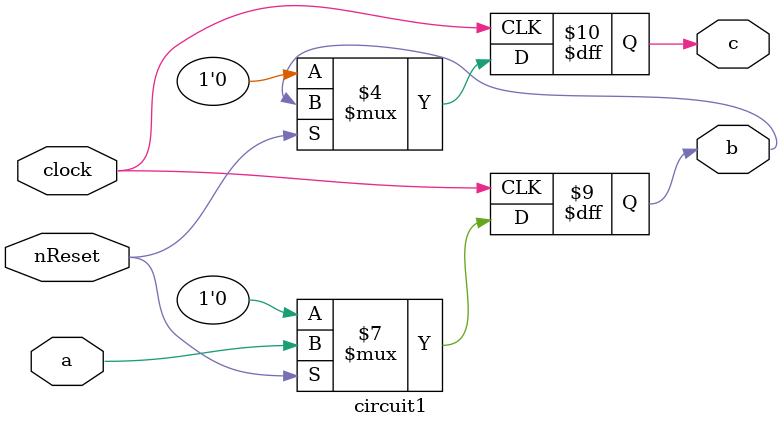
<source format=v>
module circuit1(output reg b, output reg c, input a, input clock, input nReset);

always@(posedge clock) begin
    if (nReset == 0) begin
        b <= 0;
        c <= 0;
    end else begin
        b <= a;
        c <= b;
    end
end

endmodule 
</source>
